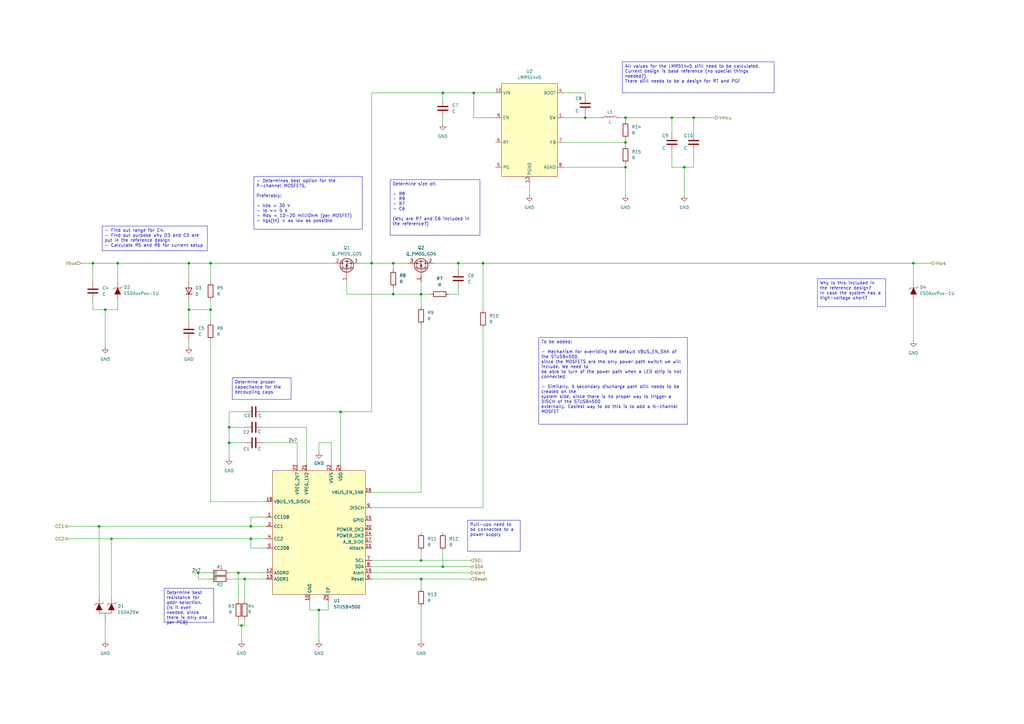
<source format=kicad_sch>
(kicad_sch (version 20231120) (generator "eeschema") (generator_version "8.0")
  (paper "A3")
  (lib_symbols
    (symbol "Device:C" (pin_numbers hide) (pin_names (offset 0.254))
      (property "Reference" "C" (at 0.635 2.54 0))
      (property "Value" "C" (at 0.635 -2.54 0))
      (symbol "C_0_1"
        (polyline (pts (xy -2.032 -0.762) (xy 2.032 -0.762)) (stroke (width 0.508)))
        (polyline (pts (xy -2.032 0.762) (xy 2.032 0.762)) (stroke (width 0.508)))
      )
      (symbol "C_1_1"
        (pin passive line (at 0 3.81 270) (length 2.794) (name "~") (number "1"))
        (pin passive line (at 0 -3.81 90) (length 2.794) (name "~") (number "2"))
      )
    )
    (symbol "Device:D" (pin_numbers hide) (pin_names (offset 1.016) hide)
      (property "Reference" "D" (at 0 2.54 0))
      (property "Value" "D" (at 0 -2.54 0))
      (symbol "D_0_1"
        (polyline (pts (xy -1.27 1.27) (xy -1.27 -1.27)) (stroke (width 0.254)))
        (polyline (pts (xy 1.27 0) (xy -1.27 0)))
        (polyline (pts (xy 1.27 1.27) (xy 1.27 -1.27) (xy -1.27 0) (xy 1.27 1.27)) (stroke (width 0.254)))
      )
      (symbol "D_1_1"
        (pin passive line (at -3.81 0 0) (length 2.54) (name "K") (number "1"))
        (pin passive line (at 3.81 0 180) (length 2.54) (name "A") (number "2"))
      )
    )
    (symbol "Device:L" (pin_numbers hide) (pin_names (offset 1.016) hide)
      (property "Reference" "L" (at -1.27 0 90))
      (property "Value" "L" (at 1.905 0 90))
      (symbol "L_0_1"
        (arc (start 0 -2.54) (mid 0.6323 -1.905) (end 0 -1.27))
        (arc (start 0 -1.27) (mid 0.6323 -0.635) (end 0 0))
        (arc (start 0 0) (mid 0.6323 0.635) (end 0 1.27))
        (arc (start 0 1.27) (mid 0.6323 1.905) (end 0 2.54))
      )
      (symbol "L_1_1"
        (pin passive line (at 0 3.81 270) (length 1.27) (name "1") (number "1"))
        (pin passive line (at 0 -3.81 90) (length 1.27) (name "2") (number "2"))
      )
    )
    (symbol "Device:Q_PMOS_GDS" (pin_names (offset 0) hide)
      (property "Reference" "Q" (at 5.08 1.27 0))
      (property "Value" "Q_PMOS_GDS" (at 5.08 -1.27 0))
      (symbol "Q_PMOS_GDS_0_1"
        (polyline (pts (xy 0.254 0) (xy -2.54 0)))
        (polyline (pts (xy 0.254 1.905) (xy 0.254 -1.905)) (stroke (width 0.254)))
        (polyline (pts (xy 0.762 -1.27) (xy 0.762 -2.286)) (stroke (width 0.254)))
        (polyline (pts (xy 0.762 0.508) (xy 0.762 -0.508)) (stroke (width 0.254)))
        (polyline (pts (xy 0.762 2.286) (xy 0.762 1.27)) (stroke (width 0.254)))
        (polyline (pts (xy 2.54 2.54) (xy 2.54 1.778)))
        (polyline (pts (xy 2.54 -2.54) (xy 2.54 0) (xy 0.762 0)))
        (polyline (pts (xy 0.762 1.778) (xy 3.302 1.778) (xy 3.302 -1.778) (xy 0.762 -1.778)))
        (polyline (pts (xy 2.286 0) (xy 1.27 0.381) (xy 1.27 -0.381) (xy 2.286 0)) (fill (type outline)))
        (polyline (pts (xy 2.794 -0.508) (xy 2.921 -0.381) (xy 3.683 -0.381) (xy 3.81 -0.254)))
        (polyline (pts (xy 3.302 -0.381) (xy 2.921 0.254) (xy 3.683 0.254) (xy 3.302 -0.381)))
        (circle (center 1.651 0) (radius 2.794) (stroke (width 0.254)))
        (circle (center 2.54 -1.778) (radius 0.254) (fill (type outline)))
        (circle (center 2.54 1.778) (radius 0.254) (fill (type outline)))
      )
      (symbol "Q_PMOS_GDS_1_1"
        (pin input line (at -5.08 0 0) (length 2.54) (name "G") (number "1"))
        (pin passive line (at 2.54 5.08 270) (length 2.54) (name "D") (number "2"))
        (pin passive line (at 2.54 -5.08 90) (length 2.54) (name "S") (number "3"))
      )
    )
    (symbol "Device:R" (pin_numbers hide) (pin_names (offset 0))
      (property "Reference" "R" (at 2.032 0 90))
      (property "Value" "R" (at 0 0 90))
      (symbol "R_0_1"
        (rectangle (start -1.016 -2.54) (end 1.016 2.54) (stroke (width 0.254)))
      )
      (symbol "R_1_1"
        (pin passive line (at 0 3.81 270) (length 1.27) (name "~") (number "1"))
        (pin passive line (at 0 -3.81 90) (length 1.27) (name "~") (number "2"))
      )
    )
    (symbol "Pyllr_Converter_DCDC:LMR514x5"
      (property "Reference" "U" (at 0 2.54 0))
      (property "Value" "LMR514x5" (at 0.254 0.254 0))
      (symbol "LMR514x5_1_1"
        (rectangle (start -11.43 19.05) (end 11.43 -19.05) (fill (type background)))
        (pin power_out line (at 13.97 5.08 180) (length 2.54) (name "SW") (number "1"))
        (pin power_in line (at -13.97 15.24 0) (length 2.54) (name "VIN") (number "10"))
        (pin power_in line (at -13.97 15.24 0) (length 2.54) hide (name "VIN") (number "11"))
        (pin power_in line (at -13.97 15.24 0) (length 2.54) hide (name "VIN") (number "12"))
        (pin power_out line (at 0 -21.59 90) (length 2.54) (name "PGND") (number "13"))
        (pin power_out line (at 13.97 5.08 180) (length 2.54) hide (name "SW") (number "2"))
        (pin power_out line (at 13.97 5.08 180) (length 2.54) hide (name "SW") (number "3"))
        (pin passive line (at 13.97 15.24 180) (length 2.54) (name "BOOT") (number "4"))
        (pin open_collector line (at -13.97 -15.24 0) (length 2.54) (name "PG") (number "5"))
        (pin passive line (at -13.97 -5.08 0) (length 2.54) (name "RT") (number "6"))
        (pin passive line (at 13.97 -5.08 180) (length 2.54) (name "FB") (number "7"))
        (pin power_out line (at 13.97 -15.24 180) (length 2.54) (name "AGND") (number "8"))
        (pin input line (at -13.97 5.08 0) (length 2.54) (name "EN") (number "9"))
      )
    )
    (symbol "Pyllr_Interface_USB:STUSB4500QTR"
      (property "Reference" "U" (at 0.127 1.905 0))
      (property "Value" "STUSB4500" (at -0.127 -0.381 0))
      (symbol "STUSB4500QTR_1_1"
        (rectangle (start -19.05 25.4) (end 19.05 -25.4) (fill (type background)))
        (pin bidirectional line (at -21.59 6.35 0) (length 2.54) (name "CC1DB") (number "1"))
        (pin power_out line (at -3.81 -27.94 90) (length 2.54) (name "GND") (number "10"))
        (pin output line (at 21.59 -6.35 180) (length 2.54) (name "Attach") (number "11"))
        (pin input line (at -21.59 -16.51 0) (length 2.54) (name "ADDR0") (number "12"))
        (pin input line (at -21.59 -19.05 0) (length 2.54) (name "ADDR1") (number "13"))
        (pin output line (at 21.59 -1.27 180) (length 2.54) (name "POWER_OK3") (number "14"))
        (pin output line (at 21.59 5.08 180) (length 2.54) (name "GPIO") (number "15"))
        (pin open_collector line (at 21.59 16.51 180) (length 2.54) (name "VBUS_EN_SNK") (number "16"))
        (pin output line (at 21.59 -3.81 180) (length 2.54) (name "A_B_SIDE") (number "17"))
        (pin open_collector line (at -21.59 12.7 0) (length 2.54) (name "VBUS_VS_DISCH") (number "18"))
        (pin output line (at 21.59 -16.51 180) (length 2.54) (name "Alert") (number "19"))
        (pin bidirectional line (at -21.59 2.54 0) (length 2.54) (name "CC1") (number "2"))
        (pin output line (at 21.59 1.27 180) (length 2.54) (name "POWER_OK2") (number "20"))
        (pin power_out line (at -5.08 27.94 270) (length 2.54) (name "VREG_1V2") (number "21"))
        (pin power_in line (at 5.08 27.94 270) (length 2.54) (name "VSYS") (number "22"))
        (pin power_out line (at -8.89 27.94 270) (length 2.54) (name "VREG_2V7") (number "23"))
        (pin power_in line (at 8.89 27.94 270) (length 2.54) (name "VDD") (number "24"))
        (pin power_out line (at 3.81 -27.94 90) (length 2.54) (name "EP") (number "25"))
        (pin no_connect line (at 0 -27.94 90) (length 2.54) hide (name "NC") (number "3"))
        (pin bidirectional line (at -21.59 -2.54 0) (length 2.54) (name "CC2") (number "4"))
        (pin bidirectional line (at -21.59 -6.35 0) (length 2.54) (name "CC2DB") (number "5"))
        (pin input line (at 21.59 -19.05 180) (length 2.54) (name "Reset") (number "6"))
        (pin input line (at 21.59 -11.43 180) (length 2.54) (name "SCL") (number "7"))
        (pin bidirectional line (at 21.59 -13.97 180) (length 2.54) (name "SDA") (number "8"))
        (pin open_collector line (at 21.59 10.16 180) (length 2.54) (name "DISCH") (number "9"))
      )
    )
    (symbol "Pyllr_Power_Protection:ESDA25W" (pin_numbers hide) (pin_names hide)
      (property "Reference" "D" (at 5.842 -0.127 0))
      (property "Value" "ESDA25W" (at 9.652 -2.286 0))
      (symbol "ESDA25W_0_1"
        (polyline (pts (xy 0 -2.54) (xy 0 -3.81)))
        (polyline (pts (xy 2.54 -1.27) (xy 2.54 -2.54) (xy -2.54 -2.54) (xy -2.54 -1.27)))
      )
      (symbol "ESDA25W_1_1"
        (polyline (pts (xy -2.54 1.27) (xy -3.81 1.27) (xy -4.445 0.635)))
        (polyline (pts (xy -2.54 1.27) (xy -1.27 1.27) (xy -0.635 1.905)))
        (polyline (pts (xy 2.54 1.27) (xy 1.27 1.27) (xy 0.635 0.635)))
        (polyline (pts (xy 2.54 1.27) (xy 3.81 1.27) (xy 4.445 1.905)))
        (polyline (pts (xy -3.81 -1.27) (xy -1.27 -1.27) (xy -2.54 1.27) (xy -3.81 -1.27)) (fill (type outline)))
        (polyline (pts (xy 1.27 -1.27) (xy 3.81 -1.27) (xy 2.54 1.27) (xy 1.27 -1.27)) (fill (type outline)))
        (pin passive line (at 2.54 3.81 270) (length 2.54) (name "~") (number "1"))
        (pin passive line (at -2.54 3.81 270) (length 2.54) (name "~") (number "2"))
        (pin passive line (at 0 -6.35 90) (length 2.54) (name "~") (number "3"))
      )
    )
    (symbol "Pyllr_Power_Protection:ESDAxxPxx-1U" (pin_numbers hide) (pin_names hide)
      (property "Reference" "D" (at 3.683 1.27 0))
      (property "Value" "ESDAxxPxx-1U" (at 10.16 -1.143 0))
      (symbol "ESDAxxPxx-1U_1_1"
        (polyline (pts (xy 0 1.27) (xy -1.27 1.27) (xy -1.905 0.635)))
        (polyline (pts (xy 0 1.27) (xy 1.27 1.27) (xy 1.905 1.905)))
        (polyline (pts (xy -1.27 -1.27) (xy 1.27 -1.27) (xy 0 1.27) (xy -1.27 -1.27)) (fill (type outline)))
        (pin passive line (at 0 3.81 270) (length 2.54) (name "~") (number "1"))
        (pin passive line (at 0 -3.81 90) (length 2.54) (name "~") (number "2"))
      )
    )
    (symbol "power:GND" (power) (pin_numbers hide) (pin_names (offset 0) hide)
      (property "Value" "GND" (at 0 -3.81 0))
      (symbol "GND_0_1"
        (polyline (pts (xy 0 0) (xy 0 -1.27) (xy 1.27 -1.27) (xy 0 -2.54) (xy -1.27 -1.27) (xy 0 -1.27)))
      )
      (symbol "GND_1_1"
        (pin power_in line (at 0 0 270) (length 0) (name "~") (number "1"))
      )
    )
  )
  (junction (at 86.36 127))
  (junction (at 284.48 48.26))
  (junction (at 194.31 38.1))
  (junction (at 48.26 107.95))
  (junction (at 181.61 38.1))
  (junction (at 93.98 181.61))
  (junction (at 181.61 232.41))
  (junction (at 240.03 48.26))
  (junction (at 40.64 215.9))
  (junction (at 152.4 107.95))
  (junction (at 86.36 107.95))
  (junction (at 38.1 107.95))
  (junction (at 100.33 237.49))
  (junction (at 172.72 237.49))
  (junction (at 93.98 175.26))
  (junction (at 139.7 168.91))
  (junction (at 198.12 107.95))
  (junction (at 81.28 234.95))
  (junction (at 77.47 127))
  (junction (at 130.81 250.19))
  (junction (at 161.29 107.95))
  (junction (at 256.54 68.58))
  (junction (at 172.72 229.87))
  (junction (at 275.59 48.26))
  (junction (at 256.54 48.26))
  (junction (at 45.72 220.98))
  (junction (at 77.47 107.95))
  (junction (at 256.54 58.42))
  (junction (at 172.72 120.65))
  (junction (at 102.87 220.98))
  (junction (at 43.18 127))
  (junction (at 187.96 107.95))
  (junction (at 161.29 120.65))
  (junction (at 99.06 256.54))
  (junction (at 374.65 107.95))
  (junction (at 280.67 68.58))
  (junction (at 102.87 215.9))
  (junction (at 97.79 234.95))
  (wire (pts (xy 152.4 237.49) (xy 172.72 237.49)))
  (wire (pts (xy 374.65 123.19) (xy 374.65 139.7)))
  (wire (pts (xy 77.47 107.95) (xy 77.47 115.57)))
  (wire (pts (xy 93.98 168.91) (xy 93.98 175.26)))
  (wire (pts (xy 172.72 120.65) (xy 172.72 125.73)))
  (wire (pts (xy 40.64 215.9) (xy 40.64 245.11)))
  (wire (pts (xy 48.26 107.95) (xy 77.47 107.95)))
  (wire (pts (xy 77.47 127) (xy 86.36 127)))
  (wire (pts (xy 181.61 38.1) (xy 194.31 38.1)))
  (wire (pts (xy 275.59 68.58) (xy 280.67 68.58)))
  (wire (pts (xy 86.36 107.95) (xy 137.16 107.95)))
  (wire (pts (xy 275.59 62.23) (xy 275.59 68.58)))
  (wire (pts (xy 142.24 120.65) (xy 142.24 115.57)))
  (wire (pts (xy 275.59 48.26) (xy 275.59 54.61)))
  (wire (pts (xy 135.89 181.61) (xy 130.81 181.61)))
  (wire (pts (xy 198.12 107.95) (xy 374.65 107.95)))
  (wire (pts (xy 86.36 139.7) (xy 86.36 205.74)))
  (wire (pts (xy 152.4 201.93) (xy 172.72 201.93)))
  (wire (pts (xy 231.14 38.1) (xy 240.03 38.1)))
  (wire (pts (xy 48.26 107.95) (xy 48.26 115.57)))
  (wire (pts (xy 130.81 250.19) (xy 134.62 250.19)))
  (wire (pts (xy 172.72 237.49) (xy 193.04 237.49)))
  (wire (pts (xy 256.54 68.58) (xy 256.54 80.01)))
  (wire (pts (xy 130.81 262.89) (xy 130.81 250.19)))
  (wire (pts (xy 152.4 232.41) (xy 181.61 232.41)))
  (wire (pts (xy 256.54 48.26) (xy 275.59 48.26)))
  (wire (pts (xy 198.12 208.28) (xy 198.12 134.62)))
  (wire (pts (xy 109.22 220.98) (xy 102.87 220.98)))
  (wire (pts (xy 27.94 215.9) (xy 40.64 215.9)))
  (wire (pts (xy 135.89 190.5) (xy 135.89 181.61)))
  (wire (pts (xy 102.87 215.9) (xy 102.87 212.09)))
  (wire (pts (xy 284.48 68.58) (xy 284.48 62.23)))
  (wire (pts (xy 217.17 74.93) (xy 217.17 80.01)))
  (wire (pts (xy 125.73 175.26) (xy 125.73 190.5)))
  (wire (pts (xy 130.81 250.19) (xy 127 250.19)))
  (wire (pts (xy 161.29 107.95) (xy 167.64 107.95)))
  (wire (pts (xy 152.4 107.95) (xy 161.29 107.95)))
  (wire (pts (xy 256.54 48.26) (xy 256.54 49.53)))
  (wire (pts (xy 99.06 256.54) (xy 100.33 256.54)))
  (wire (pts (xy 203.2 48.26) (xy 194.31 48.26)))
  (wire (pts (xy 38.1 127) (xy 43.18 127)))
  (wire (pts (xy 38.1 107.95) (xy 48.26 107.95)))
  (wire (pts (xy 77.47 107.95) (xy 86.36 107.95)))
  (wire (pts (xy 256.54 57.15) (xy 256.54 58.42)))
  (wire (pts (xy 127 250.19) (xy 127 246.38)))
  (wire (pts (xy 187.96 118.11) (xy 187.96 120.65)))
  (wire (pts (xy 38.1 107.95) (xy 38.1 115.57)))
  (wire (pts (xy 93.98 175.26) (xy 93.98 181.61)))
  (wire (pts (xy 130.81 181.61) (xy 130.81 185.42)))
  (wire (pts (xy 231.14 68.58) (xy 256.54 68.58)))
  (wire (pts (xy 81.28 237.49) (xy 86.36 237.49)))
  (wire (pts (xy 284.48 48.26) (xy 284.48 54.61)))
  (wire (pts (xy 134.62 250.19) (xy 134.62 246.38)))
  (wire (pts (xy 100.33 256.54) (xy 100.33 254)))
  (wire (pts (xy 181.61 232.41) (xy 181.61 226.06)))
  (wire (pts (xy 161.29 107.95) (xy 161.29 110.49)))
  (wire (pts (xy 280.67 68.58) (xy 280.67 80.01)))
  (wire (pts (xy 231.14 58.42) (xy 256.54 58.42)))
  (wire (pts (xy 256.54 68.58) (xy 256.54 67.31)))
  (wire (pts (xy 181.61 48.26) (xy 181.61 50.8)))
  (wire (pts (xy 77.47 123.19) (xy 77.47 127)))
  (wire (pts (xy 81.28 234.95) (xy 86.36 234.95)))
  (wire (pts (xy 254 48.26) (xy 256.54 48.26)))
  (wire (pts (xy 107.95 168.91) (xy 139.7 168.91)))
  (wire (pts (xy 198.12 107.95) (xy 198.12 127)))
  (wire (pts (xy 152.4 168.91) (xy 152.4 107.95)))
  (wire (pts (xy 147.32 107.95) (xy 152.4 107.95)))
  (wire (pts (xy 93.98 237.49) (xy 100.33 237.49)))
  (wire (pts (xy 86.36 127) (xy 86.36 132.08)))
  (wire (pts (xy 275.59 48.26) (xy 284.48 48.26)))
  (wire (pts (xy 102.87 220.98) (xy 102.87 224.79)))
  (wire (pts (xy 172.72 120.65) (xy 172.72 115.57)))
  (wire (pts (xy 86.36 205.74) (xy 109.22 205.74)))
  (wire (pts (xy 187.96 120.65) (xy 184.15 120.65)))
  (wire (pts (xy 97.79 256.54) (xy 99.06 256.54)))
  (wire (pts (xy 97.79 254) (xy 97.79 256.54)))
  (wire (pts (xy 107.95 181.61) (xy 121.92 181.61)))
  (wire (pts (xy 109.22 215.9) (xy 102.87 215.9)))
  (wire (pts (xy 194.31 38.1) (xy 194.31 48.26)))
  (wire (pts (xy 45.72 220.98) (xy 45.72 245.11)))
  (wire (pts (xy 97.79 234.95) (xy 97.79 246.38)))
  (wire (pts (xy 284.48 48.26) (xy 293.37 48.26)))
  (wire (pts (xy 78.74 234.95) (xy 81.28 234.95)))
  (wire (pts (xy 152.4 107.95) (xy 152.4 38.1)))
  (wire (pts (xy 172.72 229.87) (xy 193.04 229.87)))
  (wire (pts (xy 374.65 107.95) (xy 374.65 115.57)))
  (wire (pts (xy 161.29 118.11) (xy 161.29 120.65)))
  (wire (pts (xy 33.02 107.95) (xy 38.1 107.95)))
  (wire (pts (xy 181.61 38.1) (xy 181.61 40.64)))
  (wire (pts (xy 77.47 127) (xy 77.47 132.08)))
  (wire (pts (xy 280.67 68.58) (xy 284.48 68.58)))
  (wire (pts (xy 177.8 107.95) (xy 187.96 107.95)))
  (wire (pts (xy 181.61 232.41) (xy 193.04 232.41)))
  (wire (pts (xy 100.33 237.49) (xy 100.33 246.38)))
  (wire (pts (xy 27.94 220.98) (xy 45.72 220.98)))
  (wire (pts (xy 102.87 212.09) (xy 109.22 212.09)))
  (wire (pts (xy 97.79 234.95) (xy 109.22 234.95)))
  (wire (pts (xy 139.7 168.91) (xy 152.4 168.91)))
  (wire (pts (xy 77.47 139.7) (xy 77.47 142.24)))
  (wire (pts (xy 102.87 224.79) (xy 109.22 224.79)))
  (wire (pts (xy 374.65 107.95) (xy 382.27 107.95)))
  (wire (pts (xy 152.4 38.1) (xy 181.61 38.1)))
  (wire (pts (xy 240.03 38.1) (xy 240.03 39.37)))
  (wire (pts (xy 81.28 234.95) (xy 81.28 237.49)))
  (wire (pts (xy 152.4 208.28) (xy 198.12 208.28)))
  (wire (pts (xy 231.14 48.26) (xy 240.03 48.26)))
  (wire (pts (xy 45.72 220.98) (xy 102.87 220.98)))
  (wire (pts (xy 139.7 168.91) (xy 139.7 190.5)))
  (wire (pts (xy 172.72 229.87) (xy 172.72 226.06)))
  (wire (pts (xy 38.1 123.19) (xy 38.1 127)))
  (wire (pts (xy 256.54 58.42) (xy 256.54 59.69)))
  (wire (pts (xy 99.06 256.54) (xy 99.06 262.89)))
  (wire (pts (xy 100.33 181.61) (xy 93.98 181.61)))
  (wire (pts (xy 152.4 234.95) (xy 193.04 234.95)))
  (wire (pts (xy 172.72 237.49) (xy 172.72 241.3)))
  (wire (pts (xy 187.96 107.95) (xy 187.96 110.49)))
  (wire (pts (xy 86.36 123.19) (xy 86.36 127)))
  (wire (pts (xy 43.18 127) (xy 43.18 142.24)))
  (wire (pts (xy 161.29 120.65) (xy 172.72 120.65)))
  (wire (pts (xy 40.64 215.9) (xy 102.87 215.9)))
  (wire (pts (xy 100.33 168.91) (xy 93.98 168.91)))
  (wire (pts (xy 43.18 255.27) (xy 43.18 262.89)))
  (wire (pts (xy 93.98 181.61) (xy 93.98 187.96)))
  (wire (pts (xy 240.03 46.99) (xy 240.03 48.26)))
  (wire (pts (xy 93.98 234.95) (xy 97.79 234.95)))
  (wire (pts (xy 142.24 120.65) (xy 161.29 120.65)))
  (wire (pts (xy 172.72 248.92) (xy 172.72 262.89)))
  (wire (pts (xy 48.26 123.19) (xy 48.26 127)))
  (wire (pts (xy 86.36 107.95) (xy 86.36 115.57)))
  (wire (pts (xy 152.4 229.87) (xy 172.72 229.87)))
  (wire (pts (xy 100.33 237.49) (xy 109.22 237.49)))
  (wire (pts (xy 172.72 133.35) (xy 172.72 201.93)))
  (wire (pts (xy 187.96 107.95) (xy 198.12 107.95)))
  (wire (pts (xy 43.18 127) (xy 48.26 127)))
  (wire (pts (xy 194.31 38.1) (xy 203.2 38.1)))
  (wire (pts (xy 172.72 120.65) (xy 176.53 120.65)))
  (wire (pts (xy 240.03 48.26) (xy 246.38 48.26)))
  (wire (pts (xy 121.92 181.61) (xy 121.92 190.5)))
  (wire (pts (xy 107.95 175.26) (xy 125.73 175.26)))
  (wire (pts (xy 100.33 175.26) (xy 93.98 175.26)))
  (text_box "Why is this included in the reference design?\nIn case the system has a high-voltage short?" (at 335.28 114.3 0) (size 27.94 11.43) (effects (font (size 1.27 1.27)) (justify left top)))
  (text_box "Pull-ups need to be connected to a power supply" (at 191.77 213.36 0) (size 21.59 12.7) (effects (font (size 1.27 1.27)) (justify left top)))
  (text_box "Determine proper capacitance for the decoupling caps" (at 95.25 154.94 0) (size 24.13 8.89) (effects (font (size 1.27 1.27)) (justify left top)))
  (text_box "Determine size of:\n\n- R8\n- R9\n- R7\n- C6\n\n(Why are R7 and C6 included in the reference?) " (at 160.02 73.66 0) (size 36.83 22.86) (effects (font (size 1.27 1.27)) (justify left top)))
  (text_box "All values for the LMR514x5 still need to be calculated.\nCurrent design is base reference (no special things needed?).\nThere still needs to be a design for RT and PGF" (at 255.27 25.4 0) (size 62.23 12.7) (effects (font (size 1.27 1.27)) (justify left top)))
  (text_box "- Determines best option for the P-channel MOSFETS.\n\nPreferably:\n\n- Vds > 30 V\n- Id >> 5 A\n- Rds < 10-20 milliOhm (per MOSFET)\n- Vgs(th) < as low as possible" (at 104.14 72.39 0) (size 44.45 21.59) (effects (font (size 1.27 1.27)) (justify left top)))
  (text_box "- Find out range for C4.\n- Find out purpose why D3 and C5 are put in the reference design\n- Calculate R5 and R6 for current setup" (at 41.91 92.71 0) (size 43.18 10.16) (effects (font (size 1.27 1.27)) (justify left top)))
  (text_box "Determine best resistance for addr selection.\n(Is it even needed, since there is only one per PCB)" (at 67.31 241.3 0) (size 20.32 13.97) (effects (font (size 1.27 1.27)) (justify left top)))
  (text_box "To be added:\n\n- Mechanism for overriding the default VBUS_EN_SNK of the STUSB4500,\nsince the MOSFETS are the only power path switch we will include. We need to\nbe able to turn of the power path when a LED strip is not connected.\n\n- Similarly, A secondary discharge path still needs to be created on the\nsystem side, since there is no proper way to trigger a DISCH of the STUSB4500\nexternally. Easiest way to do this is to add a N-channel MOSFET" (at 220.98 138.43 0) (size 60.96 35.56) (effects (font (size 1.27 1.27)) (justify left top)))
  (label "2v7" (at 78.74 234.95 0))
  (label "2v7" (at 121.92 181.61 180))
  (hierarchical_label "SCL" (shape input) (at 193.04 229.87 0))
  (hierarchical_label "CC2" (shape bidirectional) (at 27.94 220.98 180))
  (hierarchical_label "CC1" (shape bidirectional) (at 27.94 215.9 180))
  (hierarchical_label "Vsys" (shape output) (at 382.27 107.95 0))
  (hierarchical_label "Vmcu" (shape output) (at 293.37 48.26 0))
  (hierarchical_label "Alert" (shape output) (at 193.04 234.95 0))
  (hierarchical_label "SDA" (shape bidirectional) (at 193.04 232.41 0))
  (hierarchical_label "Vbus" (shape input) (at 33.02 107.95 180))
  (hierarchical_label "Reset" (shape input) (at 193.04 237.49 0))
  (symbol (lib_id "Device:R") (at 256.54 53.34 0) (unit 1)
    (property "Reference" "R14" (at 259.08 52.0699 0) (effects (justify left)))
    (property "Value" "R" (at 259.08 54.6099 0) (effects (justify left)))
    (property "Description" "Resistor" (effects (hide yes)))
  )
  (symbol (lib_id "power:GND") (at 43.18 142.24 0) (unit 1)
    (property "Reference" "#PWR08" (effects (hide yes)))
    (property "Value" "GND" (at 43.18 147.32 0))
    (property "Description" "Power symbol creates a global label with name \"GND\" , ground" (effects (hide yes)))
  )
  (symbol (lib_id "Device:C") (at 77.47 135.89 0) (unit 1)
    (property "Reference" "C5" (at 81.28 134.6199 0) (effects (justify left)))
    (property "Value" "C" (at 81.28 137.1599 0) (effects (justify left)))
    (property "Description" "Unpolarized capacitor" (effects (hide yes)))
  )
  (symbol (lib_id "Pyllr_Power_Protection:ESDAxxPxx-1U") (at 374.65 119.38 0) (unit 1)
    (property "Reference" "D4" (at 377.19 117.7924 0) (effects (justify left)))
    (property "Value" "ESDAxxPxx-1U" (at 377.19 120.3324 0) (effects (justify left)))
    (property "Footprint" "Pyllr_Package_DFN_QFN:QFN-2L" (effects (hide yes)))
    (property "Datasheet" "https://www.st.com/resource/en/datasheet/esda7p60-1u1m.pdf" (effects (hide yes)))
  )
  (symbol (lib_id "Device:C") (at 275.59 58.42 0) (unit 1)
    (property "Reference" "C9" (at 271.526 55.6259 0) (effects (justify left)))
    (property "Value" "C" (at 271.526 60.7059 0) (effects (justify left)))
    (property "Description" "Unpolarized capacitor" (effects (hide yes)))
  )
  (symbol (lib_id "Device:C") (at 240.03 43.18 0) (unit 1)
    (property "Reference" "C8" (at 235.966 40.3859 0) (effects (justify left)))
    (property "Value" "C" (at 235.966 45.4659 0) (effects (justify left)))
    (property "Description" "Unpolarized capacitor" (effects (hide yes)))
  )
  (symbol (lib_id "power:GND") (at 256.54 80.01 0) (unit 1)
    (property "Reference" "#PWR014" (effects (hide yes)))
    (property "Value" "GND" (at 256.54 85.09 0))
    (property "Description" "Power symbol creates a global label with name \"GND\" , ground" (effects (hide yes)))
  )
  (symbol (lib_id "Device:C") (at 284.48 58.42 0) (unit 1)
    (property "Reference" "C10" (at 280.416 55.6259 0) (effects (justify left)))
    (property "Value" "C" (at 280.416 60.7059 0) (effects (justify left)))
    (property "Description" "Unpolarized capacitor" (effects (hide yes)))
  )
  (symbol (lib_id "Device:R") (at 86.36 119.38 0) (unit 1)
    (property "Reference" "R5" (at 88.9 118.1099 0) (effects (justify left)))
    (property "Value" "R" (at 88.9 120.6499 0) (effects (justify left)))
    (property "Description" "Resistor" (effects (hide yes)))
  )
  (symbol (lib_id "Device:C") (at 187.96 114.3 180) (unit 1)
    (property "Reference" "C6" (at 191.77 113.0299 0) (effects (justify right)))
    (property "Value" "C" (at 191.77 115.5699 0) (effects (justify right)))
    (property "Description" "Unpolarized capacitor" (effects (hide yes)))
  )
  (symbol (lib_id "Pyllr_Interface_USB:STUSB4500QTR") (at 130.81 218.44 0) (unit 1)
    (property "Reference" "U1" (at 136.8141 246.38 0) (effects (justify left)))
    (property "Value" "STUSB4500" (at 136.8141 248.92 0) (effects (justify left)))
    (property "Footprint" "Pyllr_Package_DFN_QFN:QFN-24_1EP_3.95x3.95mm_P0.5mm_2.55x2.55mm" (effects (hide yes)))
    (property "Datasheet" "https://www.st.com/resource/en/datasheet/stusb4500.pdf" (effects (hide yes)))
  )
  (symbol (lib_id "Device:C") (at 104.14 168.91 270) (unit 1)
    (property "Reference" "C3" (at 101.346 170.434 90))
    (property "Value" "C" (at 106.68 170.434 90))
    (property "Description" "Unpolarized capacitor" (effects (hide yes)))
  )
  (symbol (lib_id "Device:D") (at 77.47 119.38 90) (unit 1)
    (property "Reference" "D3" (at 80.01 118.1099 90) (effects (justify right)))
    (property "Value" "D" (at 80.01 120.6499 90) (effects (justify right)))
    (property "Description" "Diode" (effects (hide yes)))
    (property "Sim.Device" "D" (effects (hide yes)))
    (property "Sim.Pins" "1=K 2=A" (effects (hide yes)))
  )
  (symbol (lib_id "Pyllr_Converter_DCDC:LMR514x5") (at 217.17 53.34 0) (unit 1)
    (property "Reference" "U2" (at 217.17 29.21 0))
    (property "Value" "LMR514x5" (at 217.17 31.75 0))
    (property "Datasheet" "https://www.ti.com/lit/ds/symlink/lmr51435-q1.pdf?ts=1732636581600&ref_url=https%253A%252F%252Fwww.ti.com%252Fpower-management%252Facdc-dcdc-converters%252Fproducts.html" (effects (hide yes)))
  )
  (symbol (lib_id "Device:R") (at 172.72 222.25 0) (unit 1)
    (property "Reference" "R11" (at 175.26 220.9799 0) (effects (justify left)))
    (property "Value" "R" (at 175.26 223.5199 0) (effects (justify left)))
    (property "Description" "Resistor" (effects (hide yes)))
  )
  (symbol (lib_id "Device:R") (at 181.61 222.25 0) (unit 1)
    (property "Reference" "R12" (at 184.15 220.9799 0) (effects (justify left)))
    (property "Value" "R" (at 184.15 223.5199 0) (effects (justify left)))
    (property "Description" "Resistor" (effects (hide yes)))
  )
  (symbol (lib_id "Device:C") (at 104.14 175.26 270) (unit 1)
    (property "Reference" "C2" (at 101.092 177.292 90))
    (property "Value" "C" (at 106.426 177.038 90))
    (property "Description" "Unpolarized capacitor" (effects (hide yes)))
  )
  (symbol (lib_id "power:GND") (at 93.98 187.96 0) (unit 1)
    (property "Reference" "#PWR05" (effects (hide yes)))
    (property "Value" "GND" (at 93.98 193.04 0))
    (property "Description" "Power symbol creates a global label with name \"GND\" , ground" (effects (hide yes)))
  )
  (symbol (lib_id "Device:R") (at 90.17 237.49 90) (unit 1)
    (property "Reference" "R2" (at 90.17 239.776 90))
    (property "Value" "R" (at 88.392 237.49 90))
    (property "Description" "Resistor" (effects (hide yes)))
  )
  (symbol (lib_id "Device:R") (at 97.79 250.19 180) (unit 1)
    (property "Reference" "R3" (at 93.472 248.6659 0) (effects (justify right)))
    (property "Value" "R" (at 93.726 251.2059 0) (effects (justify right)))
    (property "Description" "Resistor" (effects (hide yes)))
  )
  (symbol (lib_id "power:GND") (at 172.72 262.89 0) (unit 1)
    (property "Reference" "#PWR011" (effects (hide yes)))
    (property "Value" "GND" (at 172.72 267.97 0))
    (property "Description" "Power symbol creates a global label with name \"GND\" , ground" (effects (hide yes)))
  )
  (symbol (lib_id "power:GND") (at 77.47 142.24 0) (unit 1)
    (property "Reference" "#PWR09" (effects (hide yes)))
    (property "Value" "GND" (at 77.47 147.32 0))
    (property "Description" "Power symbol creates a global label with name \"GND\" , ground" (effects (hide yes)))
  )
  (symbol (lib_id "power:GND") (at 43.18 262.89 0) (unit 1)
    (property "Reference" "#PWR02" (effects (hide yes)))
    (property "Value" "GND" (at 43.18 267.97 0))
    (property "Description" "Power symbol creates a global label with name \"GND\" , ground" (effects (hide yes)))
  )
  (symbol (lib_id "Device:R") (at 256.54 63.5 0) (unit 1)
    (property "Reference" "R15" (at 259.08 62.2299 0) (effects (justify left)))
    (property "Value" "R" (at 259.08 64.7699 0) (effects (justify left)))
    (property "Description" "Resistor" (effects (hide yes)))
  )
  (symbol (lib_id "Device:R") (at 172.72 129.54 180) (unit 1)
    (property "Reference" "R9" (at 175.26 128.2699 0) (effects (justify right)))
    (property "Value" "R" (at 175.26 130.8099 0) (effects (justify right)))
    (property "Description" "Resistor" (effects (hide yes)))
  )
  (symbol (lib_id "Device:C") (at 181.61 44.45 0) (unit 1)
    (property "Reference" "C7" (at 185.42 43.1799 0) (effects (justify left)))
    (property "Value" "C" (at 185.42 45.7199 0) (effects (justify left)))
    (property "Description" "Unpolarized capacitor" (effects (hide yes)))
  )
  (symbol (lib_id "Device:Q_PMOS_GDS") (at 172.72 110.49 270) (mirror x) (unit 1)
    (property "Reference" "Q2" (at 172.72 101.6 90))
    (property "Value" "Q_PMOS_GDS" (at 172.72 104.14 90))
    (property "Description" "P-MOSFET transistor, gate/drain/source" (effects (hide yes)))
  )
  (symbol (lib_id "power:GND") (at 99.06 262.89 0) (unit 1)
    (property "Reference" "#PWR03" (effects (hide yes)))
    (property "Value" "GND" (at 99.06 267.97 0))
    (property "Description" "Power symbol creates a global label with name \"GND\" , ground" (effects (hide yes)))
  )
  (symbol (lib_id "Device:C") (at 104.14 181.61 270) (unit 1)
    (property "Reference" "C1" (at 101.092 184.15 90))
    (property "Value" "C" (at 106.426 184.15 90))
    (property "Description" "Unpolarized capacitor" (effects (hide yes)))
  )
  (symbol (lib_id "Pyllr_Power_Protection:ESDAxxPxx-1U") (at 48.26 119.38 0) (unit 1)
    (property "Reference" "D2" (at 50.8 117.7924 0) (effects (justify left)))
    (property "Value" "ESDAxxPxx-1U" (at 50.8 120.3324 0) (effects (justify left)))
    (property "Footprint" "Pyllr_Package_DFN_QFN:QFN-2L" (effects (hide yes)))
    (property "Datasheet" "https://www.st.com/resource/en/datasheet/esda7p60-1u1m.pdf" (effects (hide yes)))
  )
  (symbol (lib_id "power:GND") (at 130.81 262.89 0) (unit 1)
    (property "Reference" "#PWR04" (effects (hide yes)))
    (property "Value" "GND" (at 130.81 267.97 0))
    (property "Description" "Power symbol creates a global label with name \"GND\" , ground" (effects (hide yes)))
  )
  (symbol (lib_id "power:GND") (at 374.65 139.7 0) (unit 1)
    (property "Reference" "#PWR010" (effects (hide yes)))
    (property "Value" "GND" (at 374.65 144.78 0))
    (property "Description" "Power symbol creates a global label with name \"GND\" , ground" (effects (hide yes)))
  )
  (symbol (lib_id "Pyllr_Power_Protection:ESDA25W") (at 43.18 248.92 0) (unit 1)
    (property "Reference" "D1" (at 48.26 248.6024 0) (effects (justify left)))
    (property "Value" "ESDA25W" (at 48.26 251.1424 0) (effects (justify left)))
    (property "Footprint" "Pyllr_Package_TO_SOT_SMD:SOT323-3L" (effects (hide yes)))
    (property "Datasheet" "https://www.st.com/resource/en/datasheet/esdaxxxwx.pdf" (effects (hide yes)))
  )
  (symbol (lib_id "power:GND") (at 280.67 80.01 0) (unit 1)
    (property "Reference" "#PWR013" (effects (hide yes)))
    (property "Value" "GND" (at 280.67 85.09 0))
    (property "Description" "Power symbol creates a global label with name \"GND\" , ground" (effects (hide yes)))
  )
  (symbol (lib_id "power:GND") (at 130.81 185.42 0) (unit 1)
    (property "Reference" "#PWR07" (effects (hide yes)))
    (property "Value" "GND" (at 130.81 189.992 0))
    (property "Description" "Power symbol creates a global label with name \"GND\" , ground" (effects (hide yes)))
  )
  (symbol (lib_id "Device:R") (at 86.36 135.89 0) (unit 1)
    (property "Reference" "R6" (at 88.9 134.6199 0) (effects (justify left)))
    (property "Value" "R" (at 88.9 137.1599 0) (effects (justify left)))
    (property "Description" "Resistor" (effects (hide yes)))
  )
  (symbol (lib_id "Device:L") (at 250.19 48.26 90) (unit 1)
    (property "Reference" "L1" (at 250.19 45.974 90))
    (property "Value" "L" (at 250.19 50.038 90))
    (property "Description" "Inductor" (effects (hide yes)))
  )
  (symbol (lib_id "Device:R") (at 161.29 114.3 180) (unit 1)
    (property "Reference" "R8" (at 163.83 113.0299 0) (effects (justify right)))
    (property "Value" "R" (at 163.83 115.5699 0) (effects (justify right)))
    (property "Description" "Resistor" (effects (hide yes)))
  )
  (symbol (lib_id "Device:R") (at 180.34 120.65 90) (unit 1)
    (property "Reference" "R7" (at 180.34 114.3 90))
    (property "Value" "R" (at 180.34 116.84 90))
    (property "Description" "Resistor" (effects (hide yes)))
  )
  (symbol (lib_id "power:GND") (at 217.17 80.01 0) (unit 1)
    (property "Reference" "#PWR012" (effects (hide yes)))
    (property "Value" "GND" (at 217.17 85.09 0))
    (property "Description" "Power symbol creates a global label with name \"GND\" , ground" (effects (hide yes)))
  )
  (symbol (lib_id "Device:C") (at 38.1 119.38 0) (unit 1)
    (property "Reference" "C4" (at 41.91 118.1099 0) (effects (justify left)))
    (property "Value" "C" (at 41.91 120.6499 0) (effects (justify left)))
    (property "Description" "Unpolarized capacitor" (effects (hide yes)))
  )
  (symbol (lib_id "Device:R") (at 100.33 250.19 180) (unit 1)
    (property "Reference" "R4" (at 101.6 248.6659 0) (effects (justify right)))
    (property "Value" "R" (at 101.6 250.9519 0) (effects (justify right)))
    (property "Description" "Resistor" (effects (hide yes)))
  )
  (symbol (lib_id "Device:R") (at 172.72 245.11 0) (unit 1)
    (property "Reference" "R13" (at 175.26 243.8399 0) (effects (justify left)))
    (property "Value" "R" (at 175.26 246.3799 0) (effects (justify left)))
    (property "Description" "Resistor" (effects (hide yes)))
  )
  (symbol (lib_id "power:GND") (at 181.61 50.8 0) (unit 1)
    (property "Reference" "#PWR01" (effects (hide yes)))
    (property "Value" "GND" (at 181.61 55.88 0))
    (property "Description" "Power symbol creates a global label with name \"GND\" , ground" (effects (hide yes)))
  )
  (symbol (lib_id "Device:Q_PMOS_GDS") (at 142.24 110.49 90) (unit 1)
    (property "Reference" "Q1" (at 142.24 101.6 90))
    (property "Value" "Q_PMOS_GDS" (at 142.24 104.14 90))
    (property "Description" "P-MOSFET transistor, gate/drain/source" (effects (hide yes)))
  )
  (symbol (lib_id "Device:R") (at 198.12 130.81 180) (unit 1)
    (property "Reference" "R10" (at 200.66 129.5399 0) (effects (justify right)))
    (property "Value" "R" (at 200.66 132.0799 0) (effects (justify right)))
    (property "Description" "Resistor" (effects (hide yes)))
  )
  (symbol (lib_id "Device:R") (at 90.17 234.95 90) (unit 1)
    (property "Reference" "R1" (at 90.17 232.664 90))
    (property "Value" "R" (at 88.392 234.95 90))
    (property "Description" "Resistor" (effects (hide yes)))
  )
)
</source>
